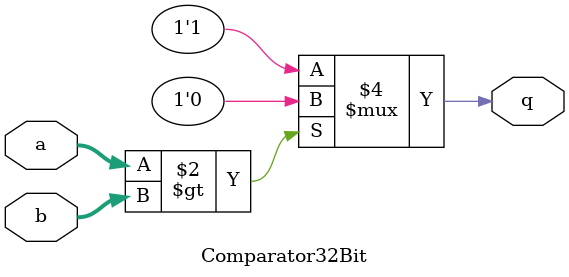
<source format=v>
/*
 * 8-Bit Comparator
 * ----------------
 * By: Thomas Carpenter
 * For: University of Leeds
 * Date: 30th December 2017
 *  // modified by Kasem
 * Description
 * -----------
 * The module is a simple 8-bit Comparator that has been
 * built in Verilog using Behavioural design and continuous
 * assign statements.
 *
 */

module Comparator32Bit ( 
    input  [31:0] a, 
    input  [31:0] b, 
    output  reg     	q
);

always @ (*) begin
	if (a > b) begin 
       q <=1'b0;
	
	end else begin 
		q <=1'b1;
	end
	
end   

endmodule

</source>
